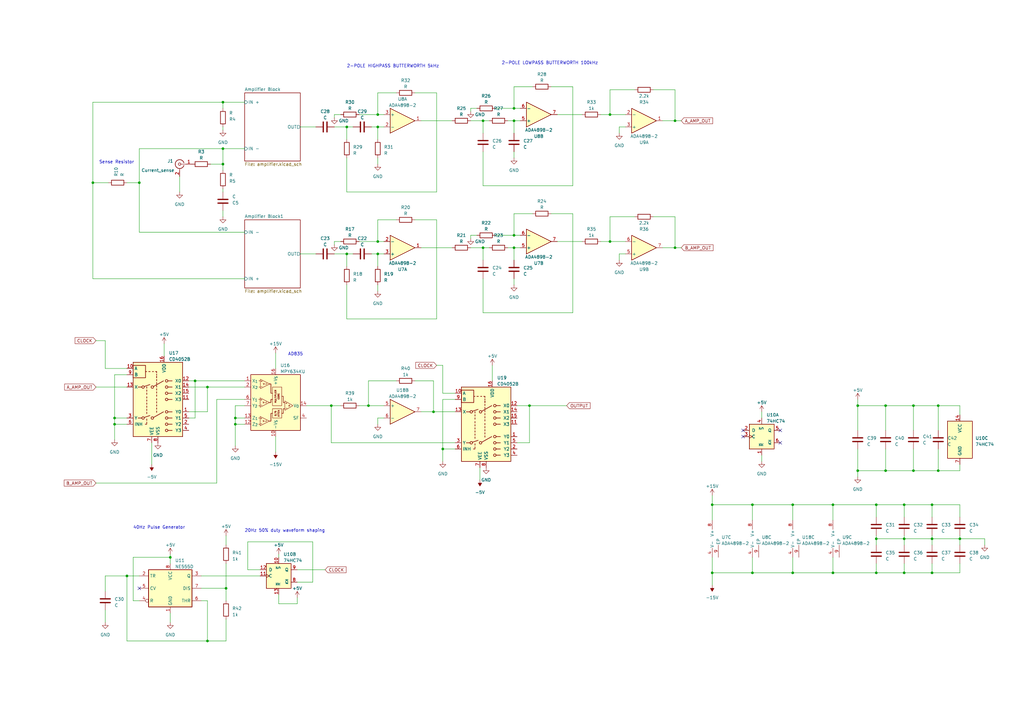
<source format=kicad_sch>
(kicad_sch (version 20230121) (generator eeschema)
  (paper "A3")
  (lib_symbols
    (symbol "74xx:74HC74" (pin_names (offset 1.016))
      (property "Reference" "U" (at -7.62 8.89 0))
      (property "Value" "74HC74" (at -7.62 -8.89 0))
      (symbol "74HC74_1_0"
        (pin input line (at 0 -7.62 90) (length 2.54) (name "~{R}") (number "1"))
        (pin input line (at -7.62 2.54 0) (length 2.54) (name "D") (number "2"))
        (pin input clock (at -7.62 0 0) (length 2.54) (name "C") (number "3"))
        (pin input line (at 0 7.62 270) (length 2.54) (name "~{S}") (number "4"))
        (pin output line (at 7.62 2.54 180) (length 2.54) (name "Q") (number "5"))
        (pin output line (at 7.62 -2.54 180) (length 2.54) (name "~{Q}") (number "6"))
      )
      (symbol "74HC74_2_0"
        (pin input line (at 0 7.62 270) (length 2.54) (name "~{S}") (number "10"))
        (pin input clock (at -7.62 0 0) (length 2.54) (name "C") (number "11"))
        (pin input line (at -7.62 2.54 0) (length 2.54) (name "D") (number "12"))
        (pin input line (at 0 -7.62 90) (length 2.54) (name "~{R}") (number "13"))
        (pin output line (at 7.62 -2.54 180) (length 2.54) (name "~{Q}") (number "8"))
        (pin output line (at 7.62 2.54 180) (length 2.54) (name "Q") (number "9"))
      )
      (symbol "74HC74_3_0"
        (pin power_in line (at 0 10.16 270) (length 2.54) (name "VCC") (number "14"))
        (pin power_in line (at 0 -10.16 90) (length 2.54) (name "GND") (number "7"))
      )
    )
    (symbol "Amplifier_Operational:ADA4898-2" (pin_names (offset 0.127))
      (property "Reference" "U" (at 0 5.08 0))
      (property "Value" "ADA4898-2" (at 0 -5.08 0))
      (symbol "ADA4898-2_1_1"
        (pin output line (at 7.62 0 180) (length 2.54) (name "~") (number "1"))
        (pin input line (at -7.62 -2.54 0) (length 2.54) (name "-") (number "2"))
        (pin input line (at -7.62 2.54 0) (length 2.54) (name "+") (number "3"))
      )
      (symbol "ADA4898-2_2_1"
        (pin input line (at -7.62 2.54 0) (length 2.54) (name "+") (number "5"))
        (pin input line (at -7.62 -2.54 0) (length 2.54) (name "-") (number "6"))
        (pin output line (at 7.62 0 180) (length 2.54) (name "~") (number "7"))
      )
      (symbol "ADA4898-2_3_1"
        (pin power_in line (at -2.54 -7.62 90) (length 3.81) (name "V-") (number "4"))
        (pin power_in line (at -2.54 7.62 270) (length 3.81) (name "V+") (number "8"))
        (pin passive line (at 0 -7.62 90) (length 5.08) (name "EP") (number "9"))
      )
    )
    (symbol "Analog:MPY634KU"
      (property "Reference" "U" (at -10.16 13.97 0))
      (property "Value" "MPY634KU" (at 1.27 13.97 0))
      (symbol "MPY634KU_0_0"
        (text "+" (at -5.842 -5.207 0) (effects (font (size 0.635 0.635))))
        (text "+" (at -5.842 2.413 0) (effects (font (size 0.635 0.635))))
        (text "+" (at -5.715 10.033 0) (effects (font (size 0.635 0.635))))
        (text "+" (at 4.445 1.016 0) (effects (font (size 0.635 0.635))))
        (text "-" (at -5.842 -7.366 0) (effects (font (size 0.635 0.635))))
        (text "-" (at -5.842 0.254 0) (effects (font (size 0.635 0.635))))
        (text "-" (at -5.715 7.874 0) (effects (font (size 0.635 0.635))))
        (text "-" (at 4.445 -1.016 0) (effects (font (size 0.635 0.635))))
        (text "A" (at 5.588 0 0) (effects (font (size 0.635 0.635))))
        (text "V-I" (at -4.445 -6.35 0) (effects (font (size 0.635 0.635))))
        (text "V-I" (at -4.445 1.27 0) (effects (font (size 0.635 0.635))))
        (text "V-I" (at -4.318 8.89 0) (effects (font (size 0.635 0.635))))
      )
      (symbol "MPY634KU_1_0"
        (text "0.75" (at 0 -3.175 900) (effects (font (size 0.635 0.635))))
        (text "ATTEN" (at 1.27 -3.175 900) (effects (font (size 0.635 0.635))))
        (text "CORE" (at 1.27 3.81 900) (effects (font (size 0.635 0.635))))
        (text "MULTIPLIER" (at 0 3.81 900) (effects (font (size 0.635 0.635))))
      )
      (symbol "MPY634KU_1_1"
        (pin input line (at -12.7 10.16 0) (length 2.54) (name "X_{1}") (number "1"))
        (pin power_in line (at 0 -12.7 90) (length 2.54) (name "-V_{S}") (number "10"))
        (pin no_connect line (at 10.16 -2.54 180) (length 2.54) hide (name "NC") (number "11"))
        (pin input line (at -12.7 -7.62 0) (length 2.54) (name "Z_{2}") (number "12"))
        (pin input line (at -12.7 -5.08 0) (length 2.54) (name "Z_{1}") (number "13"))
        (pin output line (at 12.7 0 180) (length 2.54) (name "V_{O}") (number "14"))
        (pin no_connect line (at 10.16 -7.62 180) (length 2.54) hide (name "NC") (number "15"))
        (pin power_in line (at 0 15.24 270) (length 2.54) (name "+V_{S}") (number "16"))
        (pin input line (at -12.7 7.62 0) (length 2.54) (name "X_{2}") (number "2"))
        (pin no_connect line (at 10.16 10.16 180) (length 2.54) hide (name "NC") (number "3"))
        (pin passive line (at 12.7 -5.08 180) (length 2.54) (name "SF") (number "4"))
        (pin no_connect line (at 10.16 7.62 180) (length 2.54) hide (name "NC") (number "5"))
        (pin input line (at -12.7 2.54 0) (length 2.54) (name "Y_{1}") (number "6"))
        (pin input line (at -12.7 0 0) (length 2.54) (name "Y_{2}") (number "7"))
        (pin no_connect line (at 10.16 5.08 180) (length 2.54) hide (name "NC") (number "8"))
        (pin no_connect line (at 10.16 2.54 180) (length 2.54) hide (name "NC") (number "9"))
      )
    )
    (symbol "Analog_Switch:CD4052B"
      (property "Reference" "U" (at -10.16 16.51 0))
      (property "Value" "CD4052B" (at 3.81 16.51 0))
      (symbol "CD4052B_1_1"
        (pin bidirectional line (at 12.7 -5.08 180) (length 2.54) (name "Y0") (number "1"))
        (pin input line (at -12.7 12.7 0) (length 2.54) (name "A") (number "10"))
        (pin bidirectional line (at 12.7 0 180) (length 2.54) (name "X3") (number "11"))
        (pin bidirectional line (at 12.7 7.62 180) (length 2.54) (name "X0") (number "12"))
        (pin bidirectional line (at -12.7 5.08 0) (length 2.54) (name "X") (number "13"))
        (pin bidirectional line (at 12.7 5.08 180) (length 2.54) (name "X1") (number "14"))
        (pin bidirectional line (at 12.7 2.54 180) (length 2.54) (name "X2") (number "15"))
        (pin power_in line (at 2.54 17.78 270) (length 2.54) (name "VDD") (number "16"))
        (pin bidirectional line (at 12.7 -10.16 180) (length 2.54) (name "Y2") (number "2"))
        (pin bidirectional line (at -12.7 -7.62 0) (length 2.54) (name "Y") (number "3"))
        (pin bidirectional line (at 12.7 -12.7 180) (length 2.54) (name "Y3") (number "4"))
        (pin bidirectional line (at 12.7 -7.62 180) (length 2.54) (name "Y1") (number "5"))
        (pin input line (at -12.7 -10.16 0) (length 2.54) (name "INH") (number "6"))
        (pin power_in line (at -2.54 -17.78 90) (length 2.54) (name "VEE") (number "7"))
        (pin power_in line (at 0 -17.78 90) (length 2.54) (name "VSS") (number "8"))
        (pin input line (at -12.7 10.16 0) (length 2.54) (name "B") (number "9"))
      )
    )
    (symbol "Connector:Conn_Coaxial" (pin_names (offset 1.016) hide)
      (property "Reference" "J" (at 0.254 3.048 0))
      (property "Value" "Conn_Coaxial" (at 2.921 0 90))
      (symbol "Conn_Coaxial_1_1"
        (pin passive line (at -5.08 0 0) (length 2.54) (name "In") (number "1"))
        (pin passive line (at 0 -5.08 90) (length 2.54) (name "Ext") (number "2"))
      )
    )
    (symbol "Device:C" (pin_numbers hide) (pin_names (offset 0.254))
      (property "Reference" "C" (at 0.635 2.54 0))
      (property "Value" "C" (at 0.635 -2.54 0))
      (symbol "C_1_1"
        (pin passive line (at 0 3.81 270) (length 2.794) (name "~") (number "1"))
        (pin passive line (at 0 -3.81 90) (length 2.794) (name "~") (number "2"))
      )
    )
    (symbol "Device:R" (pin_numbers hide) (pin_names (offset 0))
      (property "Reference" "R" (at 2.032 0 90))
      (property "Value" "R" (at 0 0 90))
      (symbol "R_1_1"
        (pin passive line (at 0 3.81 270) (length 1.27) (name "~") (number "1"))
        (pin passive line (at 0 -3.81 90) (length 1.27) (name "~") (number "2"))
      )
    )
    (symbol "Timer:NE555D"
      (property "Reference" "U" (at -10.16 8.89 0))
      (property "Value" "NE555D" (at 2.54 8.89 0))
      (symbol "NE555D_0_0"
        (pin power_in line (at 0 -10.16 90) (length 2.54) (name "GND") (number "1"))
        (pin power_in line (at 0 10.16 270) (length 2.54) (name "VCC") (number "8"))
      )
      (symbol "NE555D_1_1"
        (pin input line (at -12.7 5.08 0) (length 3.81) (name "TR") (number "2"))
        (pin output line (at 12.7 5.08 180) (length 3.81) (name "Q") (number "3"))
        (pin input inverted (at -12.7 -5.08 0) (length 3.81) (name "R") (number "4"))
        (pin input line (at -12.7 0 0) (length 3.81) (name "CV") (number "5"))
        (pin input line (at 12.7 -5.08 180) (length 3.81) (name "THR") (number "6"))
        (pin input line (at 12.7 0 180) (length 3.81) (name "DIS") (number "7"))
      )
    )
    (symbol "power:+15V" (power) (pin_names (offset 0))
      (property "Value" "+15V" (at 0 3.556 0))
      (symbol "+15V_1_1"
        (pin power_in line (at 0 0 90) (length 0) hide (name "+15V") (number "1"))
      )
    )
    (symbol "power:+5V" (power) (pin_names (offset 0))
      (property "Value" "+5V" (at 0 3.556 0))
      (symbol "+5V_1_1"
        (pin power_in line (at 0 0 90) (length 0) hide (name "+5V") (number "1"))
      )
    )
    (symbol "power:-15V" (power) (pin_names (offset 0))
      (property "Value" "-15V" (at 0 3.81 0))
      (symbol "-15V_0_0"
        (pin power_in line (at 0 0 90) (length 0) hide (name "-15V") (number "1"))
      )
    )
    (symbol "power:-5V" (power) (pin_names (offset 0))
      (property "Value" "-5V" (at 0 3.81 0))
      (symbol "-5V_0_0"
        (pin power_in line (at 0 0 90) (length 0) hide (name "-5V") (number "1"))
      )
    )
    (symbol "power:GND" (power) (pin_names (offset 0))
      (property "Value" "GND" (at 0 -3.81 0))
      (symbol "GND_1_1"
        (pin power_in line (at 0 0 270) (length 0) hide (name "GND") (number "1"))
      )
    )
  )
  (junction (at 308.61 234.95))
  (junction (at 91.44 67.31))
  (junction (at 210.82 96.52))
  (junction (at 370.84 234.95))
  (junction (at 363.22 193.04))
  (junction (at 38.1 74.93))
  (junction (at 217.17 166.37))
  (junction (at 250.19 46.99))
  (junction (at 177.8 168.91))
  (junction (at 46.99 173.99))
  (junction (at 382.27 207.01))
  (junction (at 363.22 166.37))
  (junction (at 370.84 220.98))
  (junction (at 92.71 241.3))
  (junction (at 85.09 158.75))
  (junction (at 341.63 234.95))
  (junction (at 374.65 166.37))
  (junction (at 91.44 60.96))
  (junction (at 46.99 171.45))
  (junction (at 210.82 49.53))
  (junction (at 325.12 207.01))
  (junction (at 181.61 184.15))
  (junction (at 341.63 207.01))
  (junction (at 80.01 156.21))
  (junction (at 382.27 220.98))
  (junction (at 198.12 49.53))
  (junction (at 85.09 262.89))
  (junction (at 250.19 99.06))
  (junction (at 292.1 234.95))
  (junction (at 198.12 101.6))
  (junction (at 91.44 41.91))
  (junction (at 393.7 220.98))
  (junction (at 382.27 234.95))
  (junction (at 96.52 171.45))
  (junction (at 52.07 236.22))
  (junction (at 210.82 101.6))
  (junction (at 142.24 52.07))
  (junction (at 384.81 193.04))
  (junction (at 325.12 234.95))
  (junction (at 276.86 101.6))
  (junction (at 359.41 234.95))
  (junction (at 69.85 228.6))
  (junction (at 135.89 166.37))
  (junction (at 359.41 207.01))
  (junction (at 351.79 193.04))
  (junction (at 142.24 104.14))
  (junction (at 154.94 99.06))
  (junction (at 57.15 74.93))
  (junction (at 384.81 166.37))
  (junction (at 154.94 46.99))
  (junction (at 359.41 220.98))
  (junction (at 351.79 166.37))
  (junction (at 154.94 104.14))
  (junction (at 96.52 173.99))
  (junction (at 370.84 207.01))
  (junction (at 154.94 52.07))
  (junction (at 308.61 207.01))
  (junction (at 210.82 44.45))
  (junction (at 292.1 207.01))
  (junction (at 276.86 49.53))
  (junction (at 151.13 166.37))
  (junction (at 374.65 193.04))
  (no_connect (at 57.15 241.3))
  (no_connect (at 320.04 176.53))
  (no_connect (at 304.8 176.53))
  (no_connect (at 304.8 179.07))
  (no_connect (at 320.04 181.61))
  (wire (pts (xy 292.1 203.2) (xy 292.1 207.01)))
  (wire (pts (xy 43.18 151.13) (xy 52.07 151.13)))
  (wire (pts (xy 384.81 176.53) (xy 384.81 166.37)))
  (wire (pts (xy 250.19 99.06) (xy 250.19 88.9)))
  (wire (pts (xy 370.84 231.14) (xy 370.84 234.95)))
  (wire (pts (xy 238.76 99.06) (xy 228.6 99.06)))
  (wire (pts (xy 172.72 49.53) (xy 185.42 49.53)))
  (wire (pts (xy 142.24 52.07) (xy 144.78 52.07)))
  (wire (pts (xy 212.09 166.37) (xy 217.17 166.37)))
  (wire (pts (xy 276.86 49.53) (xy 279.4 49.53)))
  (wire (pts (xy 177.8 168.91) (xy 186.69 168.91)))
  (wire (pts (xy 96.52 173.99) (xy 96.52 182.88)))
  (wire (pts (xy 91.44 67.31) (xy 91.44 60.96)))
  (wire (pts (xy 101.6 233.68) (xy 106.68 233.68)))
  (wire (pts (xy 181.61 184.15) (xy 181.61 189.23)))
  (wire (pts (xy 67.31 140.97) (xy 67.31 146.05)))
  (wire (pts (xy 38.1 41.91) (xy 38.1 74.93)))
  (wire (pts (xy 234.95 87.63) (xy 234.95 128.27)))
  (wire (pts (xy 210.82 35.56) (xy 210.82 44.45)))
  (wire (pts (xy 100.33 95.25) (xy 57.15 95.25)))
  (wire (pts (xy 85.09 262.89) (xy 52.07 262.89)))
  (wire (pts (xy 250.19 46.99) (xy 256.54 46.99)))
  (wire (pts (xy 351.79 193.04) (xy 363.22 193.04)))
  (wire (pts (xy 359.41 220.98) (xy 359.41 219.71)))
  (wire (pts (xy 113.03 144.78) (xy 113.03 151.13)))
  (wire (pts (xy 162.56 38.1) (xy 154.94 38.1)))
  (wire (pts (xy 154.94 67.31) (xy 154.94 64.77)))
  (wire (pts (xy 38.1 74.93) (xy 38.1 114.3)))
  (wire (pts (xy 77.47 171.45) (xy 80.01 171.45)))
  (wire (pts (xy 198.12 54.61) (xy 198.12 49.53)))
  (wire (pts (xy 57.15 246.38) (xy 54.61 246.38)))
  (wire (pts (xy 82.55 246.38) (xy 85.09 246.38)))
  (wire (pts (xy 186.69 161.29) (xy 181.61 161.29)))
  (wire (pts (xy 91.44 41.91) (xy 100.33 41.91)))
  (wire (pts (xy 82.55 241.3) (xy 92.71 241.3)))
  (wire (pts (xy 363.22 193.04) (xy 374.65 193.04)))
  (wire (pts (xy 195.58 44.45) (xy 193.04 44.45)))
  (wire (pts (xy 39.37 158.75) (xy 52.07 158.75)))
  (wire (pts (xy 92.71 231.14) (xy 92.71 241.3)))
  (wire (pts (xy 154.94 99.06) (xy 157.48 99.06)))
  (wire (pts (xy 203.2 96.52) (xy 210.82 96.52)))
  (wire (pts (xy 393.7 234.95) (xy 382.27 234.95)))
  (wire (pts (xy 250.19 36.83) (xy 260.35 36.83)))
  (wire (pts (xy 96.52 171.45) (xy 96.52 173.99)))
  (wire (pts (xy 154.94 171.45) (xy 157.48 171.45)))
  (wire (pts (xy 179.07 90.17) (xy 179.07 130.81)))
  (wire (pts (xy 52.07 153.67) (xy 46.99 153.67)))
  (wire (pts (xy 39.37 198.12) (xy 88.9 198.12)))
  (wire (pts (xy 43.18 242.57) (xy 43.18 236.22)))
  (wire (pts (xy 123.19 52.07) (xy 129.54 52.07)))
  (wire (pts (xy 121.92 233.68) (xy 133.35 233.68)))
  (wire (pts (xy 198.12 62.23) (xy 198.12 76.2)))
  (wire (pts (xy 88.9 198.12) (xy 88.9 163.83)))
  (wire (pts (xy 359.41 220.98) (xy 370.84 220.98)))
  (wire (pts (xy 114.3 243.84) (xy 114.3 247.65)))
  (wire (pts (xy 218.44 87.63) (xy 210.82 87.63)))
  (wire (pts (xy 154.94 173.99) (xy 154.94 171.45)))
  (wire (pts (xy 359.41 231.14) (xy 359.41 234.95)))
  (wire (pts (xy 246.38 46.99) (xy 250.19 46.99)))
  (wire (pts (xy 152.4 104.14) (xy 154.94 104.14)))
  (wire (pts (xy 267.97 36.83) (xy 276.86 36.83)))
  (wire (pts (xy 210.82 64.77) (xy 210.82 62.23)))
  (wire (pts (xy 179.07 38.1) (xy 179.07 78.74)))
  (wire (pts (xy 154.94 104.14) (xy 157.48 104.14)))
  (wire (pts (xy 154.94 109.22) (xy 154.94 104.14)))
  (wire (pts (xy 69.85 227.33) (xy 69.85 228.6)))
  (wire (pts (xy 114.3 247.65) (xy 121.92 247.65)))
  (wire (pts (xy 92.71 254) (xy 92.71 262.89)))
  (wire (pts (xy 38.1 114.3) (xy 100.33 114.3)))
  (wire (pts (xy 100.33 156.21) (xy 80.01 156.21)))
  (wire (pts (xy 147.32 46.99) (xy 154.94 46.99)))
  (wire (pts (xy 154.94 38.1) (xy 154.94 46.99)))
  (wire (pts (xy 91.44 88.9) (xy 91.44 86.36)))
  (wire (pts (xy 170.18 90.17) (xy 179.07 90.17)))
  (wire (pts (xy 382.27 223.52) (xy 382.27 220.98)))
  (wire (pts (xy 325.12 207.01) (xy 325.12 213.36)))
  (wire (pts (xy 142.24 109.22) (xy 142.24 104.14)))
  (wire (pts (xy 271.78 101.6) (xy 276.86 101.6)))
  (wire (pts (xy 363.22 176.53) (xy 363.22 166.37)))
  (wire (pts (xy 212.09 181.61) (xy 217.17 181.61)))
  (wire (pts (xy 393.7 220.98) (xy 393.7 219.71)))
  (wire (pts (xy 52.07 262.89) (xy 52.07 236.22)))
  (wire (pts (xy 393.7 223.52) (xy 393.7 220.98)))
  (wire (pts (xy 57.15 95.25) (xy 57.15 74.93)))
  (wire (pts (xy 147.32 99.06) (xy 154.94 99.06)))
  (wire (pts (xy 152.4 52.07) (xy 154.94 52.07)))
  (wire (pts (xy 325.12 234.95) (xy 325.12 228.6)))
  (wire (pts (xy 179.07 130.81) (xy 142.24 130.81)))
  (wire (pts (xy 393.7 166.37) (xy 393.7 170.18)))
  (wire (pts (xy 193.04 101.6) (xy 198.12 101.6)))
  (wire (pts (xy 403.86 220.98) (xy 403.86 223.52)))
  (wire (pts (xy 198.12 106.68) (xy 198.12 101.6)))
  (wire (pts (xy 170.18 156.21) (xy 177.8 156.21)))
  (wire (pts (xy 92.71 219.71) (xy 92.71 223.52)))
  (wire (pts (xy 359.41 223.52) (xy 359.41 220.98)))
  (wire (pts (xy 218.44 35.56) (xy 210.82 35.56)))
  (wire (pts (xy 292.1 207.01) (xy 308.61 207.01)))
  (wire (pts (xy 69.85 255.27) (xy 69.85 251.46)))
  (wire (pts (xy 39.37 139.7) (xy 43.18 139.7)))
  (wire (pts (xy 276.86 49.53) (xy 271.78 49.53)))
  (wire (pts (xy 154.94 90.17) (xy 154.94 99.06)))
  (wire (pts (xy 172.72 101.6) (xy 185.42 101.6)))
  (wire (pts (xy 370.84 212.09) (xy 370.84 207.01)))
  (wire (pts (xy 92.71 262.89) (xy 85.09 262.89)))
  (wire (pts (xy 382.27 220.98) (xy 382.27 219.71)))
  (wire (pts (xy 54.61 246.38) (xy 54.61 228.6)))
  (wire (pts (xy 154.94 119.38) (xy 154.94 116.84)))
  (wire (pts (xy 179.07 78.74) (xy 142.24 78.74)))
  (wire (pts (xy 210.82 49.53) (xy 213.36 49.53)))
  (wire (pts (xy 91.44 44.45) (xy 91.44 41.91)))
  (wire (pts (xy 85.09 158.75) (xy 100.33 158.75)))
  (wire (pts (xy 325.12 234.95) (xy 341.63 234.95)))
  (wire (pts (xy 374.65 193.04) (xy 374.65 184.15)))
  (wire (pts (xy 154.94 57.15) (xy 154.94 52.07)))
  (wire (pts (xy 170.18 38.1) (xy 179.07 38.1)))
  (wire (pts (xy 370.84 223.52) (xy 370.84 220.98)))
  (wire (pts (xy 359.41 207.01) (xy 370.84 207.01)))
  (wire (pts (xy 267.97 88.9) (xy 276.86 88.9)))
  (wire (pts (xy 370.84 220.98) (xy 370.84 219.71)))
  (wire (pts (xy 208.28 101.6) (xy 210.82 101.6)))
  (wire (pts (xy 100.33 171.45) (xy 96.52 171.45)))
  (wire (pts (xy 43.18 255.27) (xy 43.18 250.19)))
  (wire (pts (xy 43.18 139.7) (xy 43.18 151.13)))
  (wire (pts (xy 312.42 168.91) (xy 312.42 171.45)))
  (wire (pts (xy 181.61 163.83) (xy 181.61 184.15)))
  (wire (pts (xy 210.82 44.45) (xy 213.36 44.45)))
  (wire (pts (xy 62.23 181.61) (xy 62.23 190.5)))
  (wire (pts (xy 363.22 193.04) (xy 363.22 184.15)))
  (wire (pts (xy 370.84 234.95) (xy 382.27 234.95)))
  (wire (pts (xy 308.61 234.95) (xy 325.12 234.95)))
  (wire (pts (xy 91.44 53.34) (xy 91.44 52.07)))
  (wire (pts (xy 351.79 163.83) (xy 351.79 166.37)))
  (wire (pts (xy 341.63 234.95) (xy 341.63 228.6)))
  (wire (pts (xy 393.7 220.98) (xy 403.86 220.98)))
  (wire (pts (xy 135.89 181.61) (xy 186.69 181.61)))
  (wire (pts (xy 254 52.07) (xy 256.54 52.07)))
  (wire (pts (xy 91.44 69.85) (xy 91.44 67.31)))
  (wire (pts (xy 308.61 207.01) (xy 308.61 213.36)))
  (wire (pts (xy 217.17 166.37) (xy 217.17 181.61)))
  (wire (pts (xy 250.19 46.99) (xy 250.19 36.83)))
  (wire (pts (xy 393.7 207.01) (xy 382.27 207.01)))
  (wire (pts (xy 151.13 166.37) (xy 151.13 156.21)))
  (wire (pts (xy 351.79 176.53) (xy 351.79 166.37)))
  (wire (pts (xy 210.82 54.61) (xy 210.82 49.53)))
  (wire (pts (xy 38.1 41.91) (xy 91.44 41.91)))
  (wire (pts (xy 234.95 35.56) (xy 234.95 76.2)))
  (wire (pts (xy 341.63 234.95) (xy 359.41 234.95)))
  (wire (pts (xy 198.12 49.53) (xy 200.66 49.53)))
  (wire (pts (xy 210.82 106.68) (xy 210.82 101.6)))
  (wire (pts (xy 226.06 87.63) (xy 234.95 87.63)))
  (wire (pts (xy 201.93 149.86) (xy 201.93 156.21)))
  (wire (pts (xy 179.07 149.86) (xy 181.61 149.86)))
  (wire (pts (xy 195.58 96.52) (xy 193.04 96.52)))
  (wire (pts (xy 351.79 195.58) (xy 351.79 193.04)))
  (wire (pts (xy 370.84 207.01) (xy 382.27 207.01)))
  (wire (pts (xy 208.28 49.53) (xy 210.82 49.53)))
  (wire (pts (xy 123.19 104.14) (xy 129.54 104.14)))
  (wire (pts (xy 370.84 220.98) (xy 382.27 220.98)))
  (wire (pts (xy 351.79 193.04) (xy 351.79 184.15)))
  (wire (pts (xy 292.1 234.95) (xy 308.61 234.95)))
  (wire (pts (xy 121.92 245.11) (xy 121.92 247.65)))
  (wire (pts (xy 351.79 166.37) (xy 363.22 166.37)))
  (wire (pts (xy 137.16 104.14) (xy 142.24 104.14)))
  (wire (pts (xy 193.04 44.45) (xy 193.04 45.72)))
  (wire (pts (xy 88.9 163.83) (xy 100.33 163.83)))
  (wire (pts (xy 193.04 96.52) (xy 193.04 97.79)))
  (wire (pts (xy 52.07 74.93) (xy 57.15 74.93)))
  (wire (pts (xy 308.61 234.95) (xy 308.61 228.6)))
  (wire (pts (xy 44.45 74.93) (xy 38.1 74.93)))
  (wire (pts (xy 151.13 156.21) (xy 162.56 156.21)))
  (wire (pts (xy 96.52 166.37) (xy 100.33 166.37)))
  (wire (pts (xy 142.24 64.77) (xy 142.24 78.74)))
  (wire (pts (xy 186.69 163.83) (xy 181.61 163.83)))
  (wire (pts (xy 250.19 88.9) (xy 260.35 88.9)))
  (wire (pts (xy 374.65 176.53) (xy 374.65 166.37)))
  (wire (pts (xy 325.12 207.01) (xy 341.63 207.01)))
  (wire (pts (xy 181.61 161.29) (xy 181.61 149.86)))
  (wire (pts (xy 196.85 196.85) (xy 196.85 191.77)))
  (wire (pts (xy 151.13 166.37) (xy 157.48 166.37)))
  (wire (pts (xy 210.82 96.52) (xy 213.36 96.52)))
  (wire (pts (xy 177.8 168.91) (xy 172.72 168.91)))
  (wire (pts (xy 46.99 173.99) (xy 52.07 173.99)))
  (wire (pts (xy 57.15 74.93) (xy 57.15 60.96)))
  (wire (pts (xy 57.15 60.96) (xy 91.44 60.96)))
  (wire (pts (xy 91.44 78.74) (xy 91.44 77.47)))
  (wire (pts (xy 308.61 207.01) (xy 325.12 207.01)))
  (wire (pts (xy 128.27 222.25) (xy 101.6 222.25)))
  (wire (pts (xy 193.04 49.53) (xy 198.12 49.53)))
  (wire (pts (xy 382.27 231.14) (xy 382.27 234.95)))
  (wire (pts (xy 86.36 67.31) (xy 91.44 67.31)))
  (wire (pts (xy 177.8 156.21) (xy 177.8 168.91)))
  (wire (pts (xy 137.16 46.99) (xy 137.16 48.26)))
  (wire (pts (xy 69.85 228.6) (xy 69.85 231.14)))
  (wire (pts (xy 114.3 227.33) (xy 114.3 228.6)))
  (wire (pts (xy 374.65 193.04) (xy 384.81 193.04)))
  (wire (pts (xy 210.82 116.84) (xy 210.82 114.3)))
  (wire (pts (xy 198.12 101.6) (xy 200.66 101.6)))
  (wire (pts (xy 135.89 166.37) (xy 139.7 166.37)))
  (wire (pts (xy 382.27 212.09) (xy 382.27 207.01)))
  (wire (pts (xy 374.65 166.37) (xy 384.81 166.37)))
  (wire (pts (xy 292.1 234.95) (xy 292.1 228.6)))
  (wire (pts (xy 125.73 166.37) (xy 135.89 166.37)))
  (wire (pts (xy 43.18 236.22) (xy 52.07 236.22)))
  (wire (pts (xy 92.71 241.3) (xy 92.71 246.38)))
  (wire (pts (xy 393.7 231.14) (xy 393.7 234.95)))
  (wire (pts (xy 154.94 46.99) (xy 157.48 46.99)))
  (wire (pts (xy 113.03 185.42) (xy 113.03 179.07)))
  (wire (pts (xy 246.38 99.06) (xy 250.19 99.06)))
  (wire (pts (xy 384.81 193.04) (xy 393.7 193.04)))
  (wire (pts (xy 77.47 158.75) (xy 85.09 158.75)))
  (wire (pts (xy 46.99 180.34) (xy 46.99 173.99)))
  (wire (pts (xy 250.19 99.06) (xy 256.54 99.06)))
  (wire (pts (xy 142.24 104.14) (xy 144.78 104.14)))
  (wire (pts (xy 203.2 44.45) (xy 210.82 44.45)))
  (wire (pts (xy 73.66 78.74) (xy 73.66 72.39)))
  (wire (pts (xy 139.7 99.06) (xy 137.16 99.06)))
  (wire (pts (xy 276.86 88.9) (xy 276.86 101.6)))
  (wire (pts (xy 254 106.68) (xy 254 104.14)))
  (wire (pts (xy 217.17 166.37) (xy 232.41 166.37)))
  (wire (pts (xy 382.27 220.98) (xy 393.7 220.98)))
  (wire (pts (xy 292.1 213.36) (xy 292.1 207.01)))
  (wire (pts (xy 96.52 173.99) (xy 100.33 173.99)))
  (wire (pts (xy 234.95 76.2) (xy 198.12 76.2)))
  (wire (pts (xy 226.06 35.56) (xy 234.95 35.56)))
  (wire (pts (xy 142.24 116.84) (xy 142.24 130.81)))
  (wire (pts (xy 276.86 36.83) (xy 276.86 49.53)))
  (wire (pts (xy 228.6 46.99) (xy 238.76 46.99)))
  (wire (pts (xy 374.65 166.37) (xy 363.22 166.37)))
  (wire (pts (xy 393.7 212.09) (xy 393.7 207.01)))
  (wire (pts (xy 46.99 173.99) (xy 46.99 171.45)))
  (wire (pts (xy 85.09 168.91) (xy 85.09 158.75)))
  (wire (pts (xy 139.7 46.99) (xy 137.16 46.99)))
  (wire (pts (xy 135.89 166.37) (xy 135.89 181.61)))
  (wire (pts (xy 96.52 171.45) (xy 96.52 166.37)))
  (wire (pts (xy 85.09 246.38) (xy 85.09 262.89)))
  (wire (pts (xy 292.1 234.95) (xy 292.1 240.03)))
  (wire (pts (xy 276.86 101.6) (xy 279.4 101.6)))
  (wire (pts (xy 341.63 207.01) (xy 359.41 207.01)))
  (wire (pts (xy 384.81 166.37) (xy 393.7 166.37)))
  (wire (pts (xy 46.99 171.45) (xy 52.07 171.45)))
  (wire (pts (xy 46.99 153.67) (xy 46.99 171.45)))
  (wire (pts (xy 142.24 57.15) (xy 142.24 52.07)))
  (wire (pts (xy 82.55 236.22) (xy 106.68 236.22)))
  (wire (pts (xy 121.92 238.76) (xy 128.27 238.76)))
  (wire (pts (xy 384.81 193.04) (xy 384.81 184.15)))
  (wire (pts (xy 137.16 52.07) (xy 142.24 52.07)))
  (wire (pts (xy 91.44 60.96) (xy 100.33 60.96)))
  (wire (pts (xy 393.7 193.04) (xy 393.7 190.5)))
  (wire (pts (xy 80.01 156.21) (xy 77.47 156.21)))
  (wire (pts (xy 312.42 189.23) (xy 312.42 186.69)))
  (wire (pts (xy 101.6 222.25) (xy 101.6 233.68)))
  (wire (pts (xy 234.95 128.27) (xy 198.12 128.27)))
  (wire (pts (xy 254 54.61) (xy 254 52.07)))
  (wire (pts (xy 341.63 207.01) (xy 341.63 213.36)))
  (wire (pts (xy 359.41 212.09) (xy 359.41 207.01)))
  (wire (pts (xy 54.61 228.6) (xy 69.85 228.6)))
  (wire (pts (xy 210.82 87.63) (xy 210.82 96.52)))
  (wire (pts (xy 77.47 168.91) (xy 85.09 168.91)))
  (wire (pts (xy 162.56 90.17) (xy 154.94 90.17)))
  (wire (pts (xy 186.69 184.15) (xy 181.61 184.15)))
  (wire (pts (xy 359.41 234.95) (xy 370.84 234.95)))
  (wire (pts (xy 137.16 99.06) (xy 137.16 100.33)))
  (wire (pts (xy 198.12 114.3) (xy 198.12 128.27)))
  (wire (pts (xy 154.94 52.07) (xy 157.48 52.07)))
  (wire (pts (xy 52.07 236.22) (xy 57.15 236.22)))
  (wire (pts (xy 147.32 166.37) (xy 151.13 166.37)))
  (wire (pts (xy 128.27 238.76) (xy 128.27 222.25)))
  (wire (pts (xy 80.01 156.21) (xy 80.01 171.45)))
  (wire (pts (xy 210.82 101.6) (xy 213.36 101.6)))
  (wire (pts (xy 254 104.14) (xy 256.54 104.14)))
  (text "2-POLE HIGHPASS BUTTERWORTH 5kHz" (at 142.24 27.94 0) (effects (font (size 1.27 1.27)) (justify left bottom)))
  (text "20Hz 50% duty waveform shaping" (at 100.33 218.44 0) (effects (font (size 1.27 1.27)) (justify left bottom)))
  (text "40Hz Pulse Generator" (at 54.61 217.17 0) (effects (font (size 1.27 1.27)) (justify left bottom)))
  (text "2-POLE LOWPASS BUTTERWORTH 100kHz" (at 205.74 26.67 0) (effects (font (size 1.27 1.27)) (justify left bottom)))
  (text "AD835" (at 118.11 146.05 0) (effects (font (size 1.27 1.27)) (justify left bottom)))
  (text "Sense Resistor" (at 40.64 67.31 0) (effects (font (size 1.27 1.27)) (justify left bottom)))
  (global_label "CLOCK" (shape input) (at 133.35 233.68 0) (property "Intersheetrefs" "${INTERSHEET_REFS}" (effects hide)))
  (global_label "A_AMP_OUT" (shape input) (at 39.37 158.75 180) (property "Intersheetrefs" "${INTERSHEET_REFS}" (effects hide)))
  (global_label "CLOCK" (shape input) (at 179.07 149.86 180) (property "Intersheetrefs" "${INTERSHEET_REFS}" (effects hide)))
  (global_label "B_AMP_OUT" (shape input) (at 39.37 198.12 180) (property "Intersheetrefs" "${INTERSHEET_REFS}" (effects hide)))
  (global_label "CLOCK" (shape input) (at 39.37 139.7 180) (property "Intersheetrefs" "${INTERSHEET_REFS}" (effects hide)))
  (global_label "A_AMP_OUT" (shape input) (at 279.4 49.53 0) (property "Intersheetrefs" "${INTERSHEET_REFS}" (effects hide)))
  (global_label "B_AMP_OUT" (shape input) (at 279.4 101.6 0) (property "Intersheetrefs" "${INTERSHEET_REFS}" (effects hide)))
  (global_label "OUTPUT" (shape input) (at 232.41 166.37 0) (property "Intersheetrefs" "${INTERSHEET_REFS}" (effects hide)))
  (symbol (lib_id "Device:R") (at 92.71 227.33 0) (mirror y) (unit 1)
    (property "Reference" "R41" (at 95.25 226.695 0) (effects (justify right)))
    (property "Value" "1k" (at 95.25 229.235 0) (effects (justify right)))
  )
  (symbol (lib_id "Device:C") (at 148.59 52.07 270) (mirror x) (unit 1)
    (property "Reference" "C29" (at 148.59 45.72 90))
    (property "Value" "C" (at 148.59 48.26 90))
  )
  (symbol (lib_id "Device:R") (at 242.57 99.06 270) (mirror x) (unit 1)
    (property "Reference" "R35" (at 242.57 93.98 90))
    (property "Value" "1k" (at 242.57 96.52 90))
  )
  (symbol (lib_id "power:GND") (at 193.04 45.72 0) (unit 1)
    (property "Reference" "#PWR016" (effects hide))
    (property "Value" "GND" (at 196.85 46.99 0))
  )
  (symbol (lib_id "power:-15V") (at 292.1 240.03 180) (unit 1)
    (property "Reference" "#PWR028" (effects hide))
    (property "Value" "-15V" (at 292.1 245.11 0))
  )
  (symbol (lib_id "Device:R") (at 204.47 49.53 90) (mirror x) (unit 1)
    (property "Reference" "R27" (at 204.47 44.45 90))
    (property "Value" "R" (at 204.47 46.99 90))
  )
  (symbol (lib_id "Device:C") (at 43.18 246.38 0) (mirror y) (unit 1)
    (property "Reference" "C30" (at 46.99 245.745 0) (effects (justify right)))
    (property "Value" "C" (at 46.99 248.285 0) (effects (justify right)))
  )
  (symbol (lib_id "Device:R") (at 143.51 46.99 270) (mirror x) (unit 1)
    (property "Reference" "R30" (at 143.51 41.91 90))
    (property "Value" "R" (at 143.51 44.45 90))
  )
  (symbol (lib_id "Device:R") (at 142.24 113.03 0) (mirror y) (unit 1)
    (property "Reference" "R18" (at 144.78 112.395 0) (effects (justify right)))
    (property "Value" "R" (at 144.78 114.935 0) (effects (justify right)))
  )
  (symbol (lib_id "74xx:74HC74") (at 114.3 236.22 0) (unit 2)
    (property "Reference" "U10" (at 116.2559 227.33 0) (effects (justify left)))
    (property "Value" "74HC74" (at 116.2559 229.87 0) (effects (justify left)))
    (property "Datasheet" "74xx/74hc_hct74.pdf" (effects hide))
  )
  (symbol (lib_id "Device:C") (at 133.35 52.07 270) (mirror x) (unit 1)
    (property "Reference" "C28" (at 133.35 45.72 90))
    (property "Value" "C" (at 133.35 48.26 90))
  )
  (symbol (lib_id "Amplifier_Operational:ADA4898-2") (at 165.1 168.91 0) (unit 2)
    (property "Reference" "U18" (at 165.1 160.02 0))
    (property "Value" "ADA4898-2" (at 165.1 162.56 0))
    (property "Footprint" "Package_SO:SOIC-8-1EP_3.9x4.9mm_P1.27mm_EP2.41x3.81mm" (effects hide))
    (property "Datasheet" "https://www.analog.com/media/en/technical-documentation/data-sheets/ada4898-1_4898-2.pdf" (effects hide))
  )
  (symbol (lib_id "power:GND") (at 351.79 195.58 0) (unit 1)
    (property "Reference" "#PWR046" (effects hide))
    (property "Value" "GND" (at 351.79 200.66 0))
  )
  (symbol (lib_id "power:GND") (at 312.42 189.23 0) (unit 1)
    (property "Reference" "#PWR040" (effects hide))
    (property "Value" "GND" (at 312.42 194.31 0))
  )
  (symbol (lib_id "power:-15V") (at 113.03 185.42 180) (unit 1)
    (property "Reference" "#PWR043" (effects hide))
    (property "Value" "-15V" (at 113.03 190.5 0))
  )
  (symbol (lib_id "Amplifier_Operational:ADA4898-2") (at 220.98 99.06 0) (mirror x) (unit 2)
    (property "Reference" "U7" (at 220.98 107.95 0))
    (property "Value" "ADA4898-2" (at 220.98 105.41 0))
    (property "Footprint" "Package_SO:SOIC-8-1EP_3.9x4.9mm_P1.27mm_EP2.41x3.81mm" (effects hide))
    (property "Datasheet" "https://www.analog.com/media/en/technical-documentation/data-sheets/ada4898-1_4898-2.pdf" (effects hide))
  )
  (symbol (lib_id "Device:C") (at 363.22 180.34 0) (mirror y) (unit 1)
    (property "Reference" "C40" (at 367.03 179.705 0) (effects (justify right)))
    (property "Value" "C" (at 367.03 182.245 0) (effects (justify right)))
  )
  (symbol (lib_id "power:GND") (at 43.18 255.27 0) (unit 1)
    (property "Reference" "#PWR038" (effects hide))
    (property "Value" "GND" (at 43.18 260.35 0))
  )
  (symbol (lib_id "Device:R") (at 222.25 35.56 270) (mirror x) (unit 1)
    (property "Reference" "R28" (at 222.25 30.48 90))
    (property "Value" "R" (at 222.25 33.02 90))
  )
  (symbol (lib_id "Device:R") (at 199.39 44.45 270) (mirror x) (unit 1)
    (property "Reference" "R26" (at 199.39 39.37 90))
    (property "Value" "R" (at 199.39 41.91 90))
  )
  (symbol (lib_id "Analog_Switch:CD4052B") (at 199.39 173.99 0) (unit 1)
    (property "Reference" "U19" (at 203.8859 154.94 0) (effects (justify left)))
    (property "Value" "CD4052B" (at 203.8859 157.48 0) (effects (justify left)))
    (property "Datasheet" "http://www.ti.com/lit/ds/symlink/cd4052b.pdf" (effects hide))
  )
  (symbol (lib_id "Device:C") (at 359.41 227.33 0) (mirror y) (unit 1)
    (property "Reference" "C35" (at 363.22 226.695 0) (effects (justify right)))
    (property "Value" "C" (at 363.22 229.235 0) (effects (justify right)))
  )
  (symbol (lib_id "Device:C") (at 382.27 215.9 0) (mirror y) (unit 1)
    (property "Reference" "C33" (at 386.08 215.265 0) (effects (justify right)))
    (property "Value" "C" (at 386.08 217.805 0) (effects (justify right)))
  )
  (symbol (lib_id "power:GND") (at 91.44 53.34 0) (unit 1)
    (property "Reference" "#PWR05" (effects hide))
    (property "Value" "GND" (at 91.44 58.42 0))
  )
  (symbol (lib_id "Device:R") (at 166.37 156.21 270) (mirror x) (unit 1)
    (property "Reference" "R40" (at 166.37 151.13 90))
    (property "Value" "1k" (at 166.37 153.67 90))
  )
  (symbol (lib_id "power:GND") (at 154.94 67.31 0) (unit 1)
    (property "Reference" "#PWR019" (effects hide))
    (property "Value" "GND" (at 154.94 72.39 0))
  )
  (symbol (lib_id "74xx:74HC74") (at 393.7 180.34 0) (unit 3)
    (property "Reference" "U10" (at 400.05 179.705 0) (effects (justify left)))
    (property "Value" "74HC74" (at 400.05 182.245 0) (effects (justify left)))
    (property "Datasheet" "74xx/74hc_hct74.pdf" (effects hide))
  )
  (symbol (lib_id "Device:C") (at 384.81 180.34 0) (mirror y) (unit 1)
    (property "Reference" "C42" (at 388.62 179.705 0) (effects (justify right)))
    (property "Value" "C" (at 388.62 182.245 0) (effects (justify right)))
  )
  (symbol (lib_id "Device:R") (at 242.57 46.99 270) (mirror x) (unit 1)
    (property "Reference" "R33" (at 242.57 41.91 90))
    (property "Value" "1k" (at 242.57 44.45 90))
  )
  (symbol (lib_id "Device:R") (at 91.44 73.66 0) (mirror x) (unit 1)
    (property "Reference" "R5" (at 93.98 74.295 0) (effects (justify left)))
    (property "Value" "R" (at 93.98 71.755 0) (effects (justify left)))
  )
  (symbol (lib_id "power:GND") (at 96.52 182.88 0) (unit 1)
    (property "Reference" "#PWR026" (effects hide))
    (property "Value" "GND" (at 96.52 187.96 0))
  )
  (symbol (lib_id "power:+5V") (at 121.92 245.11 0) (unit 1)
    (property "Reference" "#PWR035" (effects hide))
    (property "Value" "+5V" (at 121.92 241.3 0))
  )
  (symbol (lib_id "Device:R") (at 92.71 250.19 0) (mirror y) (unit 1)
    (property "Reference" "R42" (at 95.25 249.555 0) (effects (justify right)))
    (property "Value" "1k" (at 95.25 252.095 0) (effects (justify right)))
  )
  (symbol (lib_id "Device:C") (at 210.82 110.49 0) (mirror y) (unit 1)
    (property "Reference" "C25" (at 214.63 109.855 0) (effects (justify right)))
    (property "Value" "C" (at 214.63 112.395 0) (effects (justify right)))
  )
  (symbol (lib_id "power:GND") (at 73.66 78.74 0) (unit 1)
    (property "Reference" "#PWR04" (effects hide))
    (property "Value" "GND" (at 73.66 83.82 0))
  )
  (symbol (lib_id "Amplifier_Operational:ADA4898-2") (at 344.17 220.98 0) (unit 3)
    (property "Reference" "U9" (at 345.44 220.345 0) (effects (justify left)))
    (property "Value" "ADA4898-2" (at 345.44 222.885 0) (effects (justify left)))
    (property "Footprint" "Package_SO:SOIC-8-1EP_3.9x4.9mm_P1.27mm_EP2.41x3.81mm" (effects hide))
    (property "Datasheet" "https://www.analog.com/media/en/technical-documentation/data-sheets/ada4898-1_4898-2.pdf" (effects hide))
  )
  (symbol (lib_id "Analog_Switch:CD4052B") (at 64.77 163.83 0) (unit 1)
    (property "Reference" "U17" (at 69.2659 144.78 0) (effects (justify left)))
    (property "Value" "CD4052B" (at 69.2659 147.32 0) (effects (justify left)))
    (property "Datasheet" "http://www.ti.com/lit/ds/symlink/cd4052b.pdf" (effects hide))
  )
  (symbol (lib_id "Device:R") (at 222.25 87.63 270) (mirror x) (unit 1)
    (property "Reference" "R24" (at 222.25 82.55 90))
    (property "Value" "R" (at 222.25 85.09 90))
  )
  (symbol (lib_id "Device:R") (at 154.94 60.96 0) (mirror y) (unit 1)
    (property "Reference" "R31" (at 157.48 60.325 0) (effects (justify right)))
    (property "Value" "R" (at 157.48 62.865 0) (effects (justify right)))
  )
  (symbol (lib_id "power:+5V") (at 351.79 163.83 0) (unit 1)
    (property "Reference" "#PWR047" (effects hide))
    (property "Value" "+5V" (at 351.79 160.02 0))
  )
  (symbol (lib_id "Device:R") (at 82.55 67.31 270) (mirror x) (unit 1)
    (property "Reference" "R3" (at 82.55 62.23 90))
    (property "Value" "R" (at 82.55 64.77 90))
  )
  (symbol (lib_id "power:+5V") (at 69.85 227.33 0) (unit 1)
    (property "Reference" "#PWR036" (effects hide))
    (property "Value" "+5V" (at 69.85 223.52 0))
  )
  (symbol (lib_id "Amplifier_Operational:ADA4898-2") (at 327.66 220.98 0) (unit 3)
    (property "Reference" "U18" (at 328.93 220.345 0) (effects (justify left)))
    (property "Value" "ADA4898-2" (at 328.93 222.885 0) (effects (justify left)))
    (property "Footprint" "Package_SO:SOIC-8-1EP_3.9x4.9mm_P1.27mm_EP2.41x3.81mm" (effects hide))
    (property "Datasheet" "https://www.analog.com/media/en/technical-documentation/data-sheets/ada4898-1_4898-2.pdf" (effects hide))
  )
  (symbol (lib_id "Device:C") (at 393.7 215.9 0) (mirror y) (unit 1)
    (property "Reference" "C34" (at 397.51 215.265 0) (effects (justify right)))
    (property "Value" "C" (at 397.51 217.805 0) (effects (justify right)))
  )
  (symbol (lib_id "Device:C") (at 382.27 227.33 0) (mirror y) (unit 1)
    (property "Reference" "C37" (at 386.08 226.695 0) (effects (justify right)))
    (property "Value" "C" (at 386.08 229.235 0) (effects (justify right)))
  )
  (symbol (lib_id "power:+15V") (at 113.03 144.78 0) (unit 1)
    (property "Reference" "#PWR025" (effects hide))
    (property "Value" "+15V" (at 113.03 140.97 0))
  )
  (symbol (lib_id "Device:C") (at 374.65 180.34 0) (mirror y) (unit 1)
    (property "Reference" "C41" (at 378.46 179.07 0) (effects (justify right)))
    (property "Value" "C" (at 378.46 181.61 0) (effects (justify right)))
  )
  (symbol (lib_id "Device:C") (at 351.79 180.34 0) (mirror y) (unit 1)
    (property "Reference" "C39" (at 355.6 179.705 0) (effects (justify right)))
    (property "Value" "C" (at 355.6 182.245 0) (effects (justify right)))
  )
  (symbol (lib_id "Device:R") (at 91.44 48.26 0) (mirror x) (unit 1)
    (property "Reference" "R4" (at 93.98 48.895 0) (effects (justify left)))
    (property "Value" "R" (at 93.98 46.355 0) (effects (justify left)))
  )
  (symbol (lib_id "Amplifier_Operational:ADA4898-2") (at 294.64 220.98 0) (unit 3)
    (property "Reference" "U7" (at 295.91 220.345 0) (effects (justify left)))
    (property "Value" "ADA4898-2" (at 295.91 222.885 0) (effects (justify left)))
    (property "Footprint" "Package_SO:SOIC-8-1EP_3.9x4.9mm_P1.27mm_EP2.41x3.81mm" (effects hide))
    (property "Datasheet" "https://www.analog.com/media/en/technical-documentation/data-sheets/ada4898-1_4898-2.pdf" (effects hide))
  )
  (symbol (lib_id "Device:C") (at 210.82 58.42 0) (mirror y) (unit 1)
    (property "Reference" "C27" (at 214.63 57.785 0) (effects (justify right)))
    (property "Value" "C" (at 214.63 60.325 0) (effects (justify right)))
  )
  (symbol (lib_id "power:GND") (at 254 54.61 0) (unit 1)
    (property "Reference" "#PWR020" (effects hide))
    (property "Value" "GND" (at 254 59.69 0))
  )
  (symbol (lib_id "Device:R") (at 154.94 113.03 0) (mirror y) (unit 1)
    (property "Reference" "R19" (at 157.48 112.395 0) (effects (justify right)))
    (property "Value" "R" (at 157.48 114.935 0) (effects (justify right)))
  )
  (symbol (lib_id "power:GND") (at 154.94 119.38 0) (unit 1)
    (property "Reference" "#PWR012" (effects hide))
    (property "Value" "GND" (at 154.94 124.46 0))
  )
  (symbol (lib_id "Device:R") (at 143.51 166.37 270) (mirror x) (unit 1)
    (property "Reference" "R39" (at 143.51 161.29 90))
    (property "Value" "1k" (at 143.51 163.83 90))
  )
  (symbol (lib_id "Amplifier_Operational:ADA4898-2") (at 165.1 101.6 0) (mirror x) (unit 1)
    (property "Reference" "U7" (at 165.1 110.49 0))
    (property "Value" "ADA4898-2" (at 165.1 107.95 0))
    (property "Footprint" "Package_SO:SOIC-8-1EP_3.9x4.9mm_P1.27mm_EP2.41x3.81mm" (effects hide))
    (property "Datasheet" "https://www.analog.com/media/en/technical-documentation/data-sheets/ada4898-1_4898-2.pdf" (effects hide))
  )
  (symbol (lib_id "power:GND") (at 154.94 173.99 0) (unit 1)
    (property "Reference" "#PWR023" (effects hide))
    (property "Value" "GND" (at 154.94 179.07 0))
  )
  (symbol (lib_id "power:GND") (at 193.04 97.79 0) (unit 1)
    (property "Reference" "#PWR013" (effects hide))
    (property "Value" "GND" (at 196.85 99.06 0))
  )
  (symbol (lib_id "power:GND") (at 199.39 191.77 0) (unit 1)
    (property "Reference" "#PWR027" (effects hide))
    (property "Value" "GND" (at 199.39 196.85 0))
  )
  (symbol (lib_id "Device:C") (at 370.84 227.33 0) (mirror y) (unit 1)
    (property "Reference" "C36" (at 374.65 226.695 0) (effects (justify right)))
    (property "Value" "C" (at 374.65 229.235 0) (effects (justify right)))
  )
  (symbol (lib_id "Device:R") (at 264.16 88.9 270) (unit 1)
    (property "Reference" "R36" (at 264.16 93.98 90))
    (property "Value" "2.2k" (at 264.16 91.44 90))
  )
  (symbol (lib_id "power:+5V") (at 114.3 227.33 0) (unit 1)
    (property "Reference" "#PWR034" (effects hide))
    (property "Value" "+5V" (at 114.3 223.52 0))
  )
  (symbol (lib_id "Device:R") (at 166.37 90.17 270) (mirror x) (unit 1)
    (property "Reference" "R20" (at 166.37 85.09 90))
    (property "Value" "R" (at 166.37 87.63 90))
  )
  (symbol (lib_id "power:GND") (at 210.82 64.77 0) (unit 1)
    (property "Reference" "#PWR017" (effects hide))
    (property "Value" "GND" (at 210.82 69.85 0))
  )
  (symbol (lib_id "power:GND") (at 91.44 88.9 0) (unit 1)
    (property "Reference" "#PWR06" (effects hide))
    (property "Value" "GND" (at 91.44 93.98 0))
  )
  (symbol (lib_id "power:+5V") (at 92.71 219.71 0) (unit 1)
    (property "Reference" "#PWR039" (effects hide))
    (property "Value" "+5V" (at 92.71 215.9 0))
  )
  (symbol (lib_id "Device:C") (at 370.84 215.9 0) (mirror y) (unit 1)
    (property "Reference" "C32" (at 374.65 215.265 0) (effects (justify right)))
    (property "Value" "C" (at 374.65 217.805 0) (effects (justify right)))
  )
  (symbol (lib_id "Device:C") (at 359.41 215.9 0) (mirror y) (unit 1)
    (property "Reference" "C31" (at 363.22 215.265 0) (effects (justify right)))
    (property "Value" "C" (at 363.22 217.805 0) (effects (justify right)))
  )
  (symbol (lib_id "power:GND") (at 254 106.68 0) (unit 1)
    (property "Reference" "#PWR021" (effects hide))
    (property "Value" "GND" (at 254 111.76 0))
  )
  (symbol (lib_id "Amplifier_Operational:ADA4898-2") (at 264.16 101.6 0) (mirror x) (unit 2)
    (property "Reference" "U9" (at 264.16 110.49 0))
    (property "Value" "ADA4898-2" (at 264.16 107.95 0))
    (property "Footprint" "Package_SO:SOIC-8-1EP_3.9x4.9mm_P1.27mm_EP2.41x3.81mm" (effects hide))
    (property "Datasheet" "https://www.analog.com/media/en/technical-documentation/data-sheets/ada4898-1_4898-2.pdf" (effects hide))
  )
  (symbol (lib_id "Analog:MPY634KU") (at 113.03 166.37 0) (unit 1)
    (property "Reference" "U16" (at 114.9859 149.86 0) (effects (justify left)))
    (property "Value" "MPY634KU" (at 114.9859 152.4 0) (effects (justify left)))
    (property "Footprint" "Package_SO:SOIC-16W_7.5x10.3mm_P1.27mm" (effects hide))
    (property "Datasheet" "http://www.ti.com/lit/ds/symlink/mpy634.pdf" (effects hide))
  )
  (symbol (lib_id "power:GND") (at 181.61 189.23 0) (unit 1)
    (property "Reference" "#PWR031" (effects hide))
    (property "Value" "GND" (at 181.61 194.31 0))
  )
  (symbol (lib_id "Device:R") (at 189.23 101.6 90) (mirror x) (unit 1)
    (property "Reference" "R21" (at 189.23 96.52 90))
    (property "Value" "R" (at 189.23 99.06 90))
  )
  (symbol (lib_id "Device:R") (at 189.23 49.53 90) (mirror x) (unit 1)
    (property "Reference" "R25" (at 189.23 44.45 90))
    (property "Value" "R" (at 189.23 46.99 90))
  )
  (symbol (lib_id "Device:R") (at 264.16 36.83 270) (unit 1)
    (property "Reference" "R34" (at 264.16 41.91 90))
    (property "Value" "2.2k" (at 264.16 39.37 90))
  )
  (symbol (lib_id "Amplifier_Operational:ADA4898-2") (at 311.15 220.98 0) (unit 3)
    (property "Reference" "U8" (at 312.42 220.345 0) (effects (justify left)))
    (property "Value" "ADA4898-2" (at 312.42 222.885 0) (effects (justify left)))
    (property "Footprint" "Package_SO:SOIC-8-1EP_3.9x4.9mm_P1.27mm_EP2.41x3.81mm" (effects hide))
    (property "Datasheet" "https://www.analog.com/media/en/technical-documentation/data-sheets/ada4898-1_4898-2.pdf" (effects hide))
  )
  (symbol (lib_id "power:+5V") (at 201.93 149.86 0) (unit 1)
    (property "Reference" "#PWR029" (effects hide))
    (property "Value" "+5V" (at 201.93 146.05 0))
  )
  (symbol (lib_id "power:+5V") (at 312.42 168.91 0) (unit 1)
    (property "Reference" "#PWR022" (effects hide))
    (property "Value" "+5V" (at 312.42 165.1 0))
  )
  (symbol (lib_id "Device:C") (at 198.12 58.42 0) (mirror y) (unit 1)
    (property "Reference" "C26" (at 201.93 57.785 0) (effects (justify right)))
    (property "Value" "C" (at 201.93 60.325 0) (effects (justify right)))
  )
  (symbol (lib_id "Device:C") (at 393.7 227.33 0) (mirror y) (unit 1)
    (property "Reference" "C38" (at 397.51 226.695 0) (effects (justify right)))
    (property "Value" "C" (at 397.51 229.235 0) (effects (justify right)))
  )
  (symbol (lib_id "power:GND") (at 64.77 181.61 0) (unit 1)
    (property "Reference" "#PWR033" (effects hide))
    (property "Value" "GND" (at 64.77 186.69 0))
  )
  (symbol (lib_id "power:GND") (at 46.99 180.34 0) (unit 1)
    (property "Reference" "#PWR024" (effects hide))
    (property "Value" "GND" (at 46.99 185.42 0))
  )
  (symbol (lib_id "power:+5V") (at 67.31 140.97 0) (unit 1)
    (property "Reference" "#PWR042" (effects hide))
    (property "Value" "+5V" (at 67.31 137.16 0))
  )
  (symbol (lib_id "power:GND") (at 137.16 48.26 0) (unit 1)
    (property "Reference" "#PWR018" (effects hide))
    (property "Value" "GND" (at 140.97 49.53 0))
  )
  (symbol (lib_id "Device:C") (at 198.12 110.49 0) (mirror y) (unit 1)
    (property "Reference" "C24" (at 201.93 109.855 0) (effects (justify right)))
    (property "Value" "C" (at 201.93 112.395 0) (effects (justify right)))
  )
  (symbol (lib_id "Connector:Conn_Coaxial") (at 73.66 67.31 0) (mirror y) (unit 1)
    (property "Reference" "J1" (at 69.85 66.04 0))
    (property "Value" "Current_sense" (at 64.77 69.85 0))
    (property "Datasheet" " ~" (effects hide))
  )
  (symbol (lib_id "Amplifier_Operational:ADA4898-2") (at 165.1 49.53 0) (unit 1)
    (property "Reference" "U8" (at 165.1 40.64 0))
    (property "Value" "ADA4898-2" (at 165.1 43.18 0))
    (property "Footprint" "Package_SO:SOIC-8-1EP_3.9x4.9mm_P1.27mm_EP2.41x3.81mm" (effects hide))
    (property "Datasheet" "https://www.analog.com/media/en/technical-documentation/data-sheets/ada4898-1_4898-2.pdf" (effects hide))
  )
  (symbol (lib_id "Device:R") (at 142.24 60.96 0) (mirror y) (unit 1)
    (property "Reference" "R29" (at 144.78 60.325 0) (effects (justify right)))
    (property "Value" "R" (at 144.78 62.865 0) (effects (justify right)))
  )
  (symbol (lib_id "Device:R") (at 199.39 96.52 270) (mirror x) (unit 1)
    (property "Reference" "R22" (at 199.39 91.44 90))
    (property "Value" "R" (at 199.39 93.98 90))
  )
  (symbol (lib_id "power:GND") (at 69.85 255.27 0) (unit 1)
    (property "Reference" "#PWR037" (effects hide))
    (property "Value" "GND" (at 69.85 260.35 0))
  )
  (symbol (lib_id "Amplifier_Operational:ADA4898-2") (at 220.98 46.99 0) (mirror x) (unit 2)
    (property "Reference" "U8" (at 220.98 55.88 0))
    (property "Value" "ADA4898-2" (at 220.98 53.34 0))
    (property "Footprint" "Package_SO:SOIC-8-1EP_3.9x4.9mm_P1.27mm_EP2.41x3.81mm" (effects hide))
    (property "Datasheet" "https://www.analog.com/media/en/technical-documentation/data-sheets/ada4898-1_4898-2.pdf" (effects hide))
  )
  (symbol (lib_id "power:+15V") (at 292.1 203.2 0) (unit 1)
    (property "Reference" "#PWR041" (effects hide))
    (property "Value" "+15V" (at 292.1 199.39 0))
  )
  (symbol (lib_id "Device:R") (at 166.37 38.1 270) (mirror x) (unit 1)
    (property "Reference" "R32" (at 166.37 33.02 90))
    (property "Value" "R" (at 166.37 35.56 90))
  )
  (symbol (lib_id "Device:C") (at 148.59 104.14 270) (mirror x) (unit 1)
    (property "Reference" "C22" (at 148.59 97.79 90))
    (property "Value" "C" (at 148.59 100.33 90))
  )
  (symbol (lib_id "power:-5V") (at 196.85 196.85 180) (unit 1)
    (property "Reference" "#PWR030" (effects hide))
    (property "Value" "-5V" (at 196.85 201.93 0))
  )
  (symbol (lib_id "power:GND") (at 137.16 100.33 0) (unit 1)
    (property "Reference" "#PWR014" (effects hide))
    (property "Value" "GND" (at 140.97 101.6 0))
  )
  (symbol (lib_id "Device:R") (at 204.47 101.6 90) (mirror x) (unit 1)
    (property "Reference" "R23" (at 204.47 96.52 90))
    (property "Value" "R" (at 204.47 99.06 90))
  )
  (symbol (lib_id "Device:C") (at 133.35 104.14 270) (mirror x) (unit 1)
    (property "Reference" "C23" (at 133.35 97.79 90))
    (property "Value" "C" (at 133.35 100.33 90))
  )
  (symbol (lib_id "power:GND") (at 403.86 223.52 0) (unit 1)
    (property "Reference" "#PWR045" (effects hide))
    (property "Value" "GND" (at 403.86 228.6 0))
  )
  (symbol (lib_id "Device:C") (at 91.44 82.55 0) (mirror x) (unit 1)
    (property "Reference" "C5" (at 95.25 83.185 0) (effects (justify left)))
    (property "Value" "C" (at 95.25 80.645 0) (effects (justify left)))
  )
  (symbol (lib_id "Timer:NE555D") (at 69.85 241.3 0) (unit 1)
    (property "Reference" "U11" (at 71.8059 229.87 0) (effects (justify left)))
    (property "Value" "NE555D" (at 71.8059 232.41 0) (effects (justify left)))
    (property "Footprint" "Package_SO:SOIC-8_3.9x4.9mm_P1.27mm" (effects hide))
    (property "Datasheet" "http://www.ti.com/lit/ds/symlink/ne555.pdf" (effects hide))
  )
  (symbol (lib_id "power:GND") (at 210.82 116.84 0) (unit 1)
    (property "Reference" "#PWR015" (effects hide))
    (property "Value" "GND" (at 210.82 121.92 0))
  )
  (symbol (lib_id "Device:R") (at 48.26 74.93 90) (unit 1)
    (property "Reference" "R10" (at 47.625 72.39 0) (effects (justify left)))
    (property "Value" "R" (at 50.165 72.39 0) (effects (justify left)))
  )
  (symbol (lib_id "Amplifier_Operational:ADA4898-2") (at 264.16 49.53 0) (mirror x) (unit 1)
    (property "Reference" "U9" (at 264.16 58.42 0))
    (property "Value" "ADA4898-2" (at 264.16 55.88 0))
    (property "Footprint" "Package_SO:SOIC-8-1EP_3.9x4.9mm_P1.27mm_EP2.41x3.81mm" (effects hide))
    (property "Datasheet" "https://www.analog.com/media/en/technical-documentation/data-sheets/ada4898-1_4898-2.pdf" (effects hide))
  )
  (symbol (lib_id "74xx:74HC74") (at 312.42 179.07 0) (unit 1)
    (property "Reference" "U10" (at 314.3759 170.18 0) (effects (justify left)))
    (property "Value" "74HC74" (at 314.3759 172.72 0) (effects (justify left)))
    (property "Datasheet" "74xx/74hc_hct74.pdf" (effects hide))
  )
  (symbol (lib_id "Device:R") (at 143.51 99.06 270) (mirror x) (unit 1)
    (property "Reference" "R17" (at 143.51 93.98 90))
    (property "Value" "R" (at 143.51 96.52 90))
  )
  (symbol (lib_id "power:-5V") (at 62.23 190.5 180) (unit 1)
    (property "Reference" "#PWR032" (effects hide))
    (property "Value" "-5V" (at 62.23 195.58 0))
  )
  (sheet (at 100.33 38.1) (size 22.86 27.94) (stroke (width 0.1524))
    (property "Sheetname" "Amplifier Block" (at 100.33 37.3884 0) (effects (justify left bottom)))
    (property "Sheetfile" "amplifier.kicad_sch" (at 100.33 66.6246 0) (effects (justify left top)))
    (pin "IN +" input (at 100.33 41.91 180))
    (pin "IN -" input (at 100.33 60.96 180))
    (pin "OUT" output (at 123.19 52.07 0))
  )
  (sheet (at 100.33 90.17) (size 22.86 27.94) (stroke (width 0.1524))
    (property "Sheetname" "Amplifier Block1" (at 100.33 89.4584 0) (effects (justify left bottom)))
    (property "Sheetfile" "amplifier.kicad_sch" (at 100.33 118.6946 0) (effects (justify left top)))
    (pin "IN +" input (at 100.33 114.3 180))
    (pin "IN -" input (at 100.33 95.25 180))
    (pin "OUT" output (at 123.19 104.14 0))
  )
)
</source>
